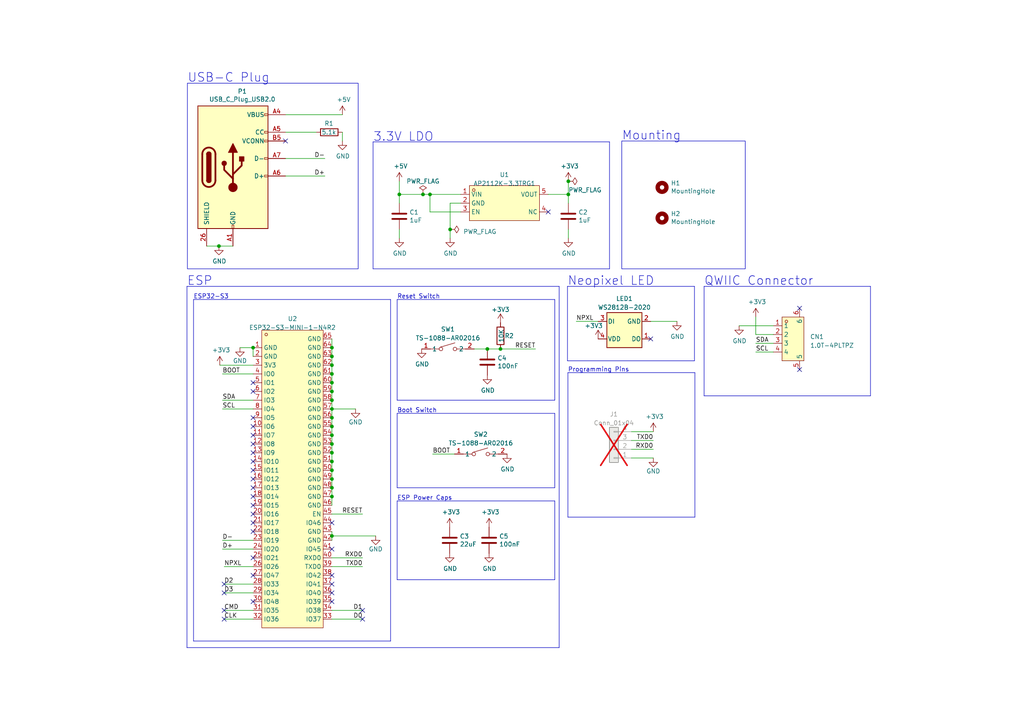
<source format=kicad_sch>
(kicad_sch (version 20230121) (generator eeschema)
  (paper "A4")
  (title_block (title "Expansion Card Template") (date "2020-12-12") (rev "X1") (company "Framework") (comment 1 "This work is licensed under a Creative Commons Attribution 4.0 International License") (comment 4 "https://frame.work"))
  (lib_symbols
    (symbol "Connector_Generic:Conn_01x04" (pin_names (offset 1.016) hide)
      (property "Reference" "J" (at 0 5.08 0))
      (property "Value" "Conn_01x04" (at 0 -7.62 0))
      (symbol "Conn_01x04_1_1"
        (rectangle (start -1.27 -4.953) (end 0 -5.207) (stroke (width 0.1524)))
        (rectangle (start -1.27 -2.413) (end 0 -2.667) (stroke (width 0.1524)))
        (rectangle (start -1.27 0.127) (end 0 -0.127) (stroke (width 0.1524)))
        (rectangle (start -1.27 2.667) (end 0 2.413) (stroke (width 0.1524)))
        (rectangle (start -1.27 3.81) (end 1.27 -6.35) (stroke (width 0.254)) (fill (type background)))
        (pin passive line (at -5.08 2.54 0) (length 3.81) (name "Pin_1") (number "1"))
        (pin passive line (at -5.08 0 0) (length 3.81) (name "Pin_2") (number "2"))
        (pin passive line (at -5.08 -2.54 0) (length 3.81) (name "Pin_3") (number "3"))
        (pin passive line (at -5.08 -5.08 0) (length 3.81) (name "Pin_4") (number "4"))
      )
    )
    (symbol "Device:C" (pin_numbers hide) (pin_names (offset 0.254))
      (property "Reference" "C" (at 0.635 2.54 0))
      (property "Value" "C" (at 0.635 -2.54 0))
      (symbol "C_0_1"
        (polyline (pts (xy -2.032 -0.762) (xy 2.032 -0.762)) (stroke (width 0.508)))
        (polyline (pts (xy -2.032 0.762) (xy 2.032 0.762)) (stroke (width 0.508)))
      )
      (symbol "C_1_1"
        (pin passive line (at 0 3.81 270) (length 2.794) (name "~") (number "1"))
        (pin passive line (at 0 -3.81 90) (length 2.794) (name "~") (number "2"))
      )
    )
    (symbol "Device:R" (pin_numbers hide) (pin_names (offset 0))
      (property "Reference" "R" (at 2.032 0 90))
      (property "Value" "R" (at 0 0 90))
      (symbol "R_0_1"
        (rectangle (start -1.016 -2.54) (end 1.016 2.54) (stroke (width 0.254)))
      )
      (symbol "R_1_1"
        (pin passive line (at 0 3.81 270) (length 1.27) (name "~") (number "1"))
        (pin passive line (at 0 -3.81 90) (length 1.27) (name "~") (number "2"))
      )
    )
    (symbol "Mechanical:MountingHole" (pin_names (offset 1.016))
      (property "Reference" "H" (at 0 5.08 0))
      (property "Value" "MountingHole" (at 0 3.175 0))
      (symbol "MountingHole_0_1"
        (circle (center 0 0) (radius 1.27) (stroke (width 1.27)))
      )
    )
    (symbol "PWR_FLAG_1" (power) (pin_numbers hide) (pin_names (offset 0) hide)
      (property "Value" "PWR_FLAG_1" (at 0 3.81 0))
      (symbol "PWR_FLAG_1_0_0"
        (pin power_out line (at 0 0 90) (length 0) (name "pwr") (number "1"))
      )
      (symbol "PWR_FLAG_1_0_1"
        (polyline (pts (xy 0 0) (xy 0 1.27) (xy -1.016 1.905) (xy 0 2.54) (xy 1.016 1.905) (xy 0 1.27)))
      )
    )
    (symbol "_mykicadlib:AP2112K-3.3TRG1"
      (property "Reference" "U" (at 0 7.62 0))
      (property "Value" "AP2112K-3.3TRG1" (at 0 -7.62 0))
      (symbol "AP2112K-3.3TRG1_0_1"
        (rectangle (start -10.16 5.08) (end 10.16 -5.08) (fill (type background)))
        (circle (center -8.89 3.81) (radius 0.38))
        (pin unspecified line (at -12.7 2.54 0) (length 2.54) (name "VIN") (number "1"))
        (pin unspecified line (at -12.7 0 0) (length 2.54) (name "GND") (number "2"))
        (pin unspecified line (at -12.7 -2.54 0) (length 2.54) (name "EN") (number "3"))
        (pin unspecified line (at 12.7 -2.54 180) (length 2.54) (name "NC") (number "4"))
        (pin unspecified line (at 12.7 2.54 180) (length 2.54) (name "VOUT") (number "5"))
      )
    )
    (symbol "_mykicadlib:ESP32-S3-MINI-1-N4R2"
      (property "Reference" "U1" (at 0 46.99 0))
      (property "Value" "ESP32-S3-MINI-1-N4R2" (at 0 44.45 0))
      (symbol "ESP32-S3-MINI-1-N4R2_0_1"
        (rectangle (start -8.89 43.18) (end 8.89 -43.18) (fill (type background)))
        (circle (center -7.62 41.91) (radius 0.38))
        (pin unspecified line (at -11.43 38.1 0) (length 2.54) (name "GND") (number "1"))
        (pin unspecified line (at -11.43 15.24 0) (length 2.54) (name "IO6") (number "10"))
        (pin unspecified line (at -11.43 12.7 0) (length 2.54) (name "IO7") (number "11"))
        (pin unspecified line (at -11.43 10.16 0) (length 2.54) (name "IO8") (number "12"))
        (pin unspecified line (at -11.43 7.62 0) (length 2.54) (name "IO9") (number "13"))
        (pin unspecified line (at -11.43 5.08 0) (length 2.54) (name "IO10") (number "14"))
        (pin unspecified line (at -11.43 2.54 0) (length 2.54) (name "IO11") (number "15"))
        (pin unspecified line (at -11.43 0 0) (length 2.54) (name "IO12") (number "16"))
        (pin unspecified line (at -11.43 -2.54 0) (length 2.54) (name "IO13") (number "17"))
        (pin unspecified line (at -11.43 -5.08 0) (length 2.54) (name "IO14") (number "18"))
        (pin unspecified line (at -11.43 -7.62 0) (length 2.54) (name "IO15") (number "19"))
        (pin unspecified line (at -11.43 35.56 0) (length 2.54) (name "GND") (number "2"))
        (pin unspecified line (at -11.43 -10.16 0) (length 2.54) (name "IO16") (number "20"))
        (pin unspecified line (at -11.43 -12.7 0) (length 2.54) (name "IO17") (number "21"))
        (pin unspecified line (at -11.43 -15.24 0) (length 2.54) (name "IO18") (number "22"))
        (pin unspecified line (at -11.43 -17.78 0) (length 2.54) (name "IO19") (number "23"))
        (pin unspecified line (at -11.43 -20.32 0) (length 2.54) (name "IO20") (number "24"))
        (pin unspecified line (at -11.43 -22.86 0) (length 2.54) (name "IO21") (number "25"))
        (pin unspecified line (at -11.43 -25.4 0) (length 2.54) (name "IO26") (number "26"))
        (pin unspecified line (at -11.43 -27.94 0) (length 2.54) (name "IO47") (number "27"))
        (pin unspecified line (at -11.43 -30.48 0) (length 2.54) (name "IO33") (number "28"))
        (pin unspecified line (at -11.43 -33.02 0) (length 2.54) (name "IO34") (number "29"))
        (pin unspecified line (at -11.43 33.02 0) (length 2.54) (name "3V3") (number "3"))
        (pin unspecified line (at -11.43 -35.56 0) (length 2.54) (name "IO48") (number "30"))
        (pin unspecified line (at -11.43 -38.1 0) (length 2.54) (name "IO35") (number "31"))
        (pin unspecified line (at -11.43 -40.64 0) (length 2.54) (name "IO36") (number "32"))
        (pin unspecified line (at 11.43 -40.64 180) (length 2.54) (name "IO37") (number "33"))
        (pin unspecified line (at 11.43 -38.1 180) (length 2.54) (name "IO38") (number "34"))
        (pin unspecified line (at 11.43 -35.56 180) (length 2.54) (name "IO39") (number "35"))
        (pin unspecified line (at 11.43 -33.02 180) (length 2.54) (name "IO40") (number "36"))
        (pin unspecified line (at 11.43 -30.48 180) (length 2.54) (name "IO41") (number "37"))
        (pin unspecified line (at 11.43 -27.94 180) (length 2.54) (name "IO42") (number "38"))
        (pin unspecified line (at 11.43 -25.4 180) (length 2.54) (name "TXD0") (number "39"))
        (pin unspecified line (at -11.43 30.48 0) (length 2.54) (name "IO0") (number "4"))
        (pin unspecified line (at 11.43 -22.86 180) (length 2.54) (name "RXD0") (number "40"))
        (pin unspecified line (at 11.43 -20.32 180) (length 2.54) (name "IO45") (number "41"))
        (pin unspecified line (at 11.43 -17.78 180) (length 2.54) (name "GND") (number "42"))
        (pin unspecified line (at 11.43 -15.24 180) (length 2.54) (name "GND") (number "43"))
        (pin unspecified line (at 11.43 -12.7 180) (length 2.54) (name "IO46") (number "44"))
        (pin unspecified line (at 11.43 -10.16 180) (length 2.54) (name "EN") (number "45"))
        (pin unspecified line (at 11.43 -7.62 180) (length 2.54) (name "GND") (number "46"))
        (pin unspecified line (at 11.43 -5.08 180) (length 2.54) (name "GND") (number "47"))
        (pin unspecified line (at 11.43 -2.54 180) (length 2.54) (name "GND") (number "48"))
        (pin unspecified line (at 11.43 0 180) (length 2.54) (name "GND") (number "49"))
        (pin unspecified line (at -11.43 27.94 0) (length 2.54) (name "IO1") (number "5"))
        (pin unspecified line (at 11.43 2.54 180) (length 2.54) (name "GND") (number "50"))
        (pin unspecified line (at 11.43 5.08 180) (length 2.54) (name "GND") (number "51"))
        (pin unspecified line (at 11.43 7.62 180) (length 2.54) (name "GND") (number "52"))
        (pin unspecified line (at 11.43 10.16 180) (length 2.54) (name "GND") (number "53"))
        (pin unspecified line (at 11.43 12.7 180) (length 2.54) (name "GND") (number "54"))
        (pin unspecified line (at 11.43 15.24 180) (length 2.54) (name "GND") (number "55"))
        (pin unspecified line (at 11.43 17.78 180) (length 2.54) (name "GND") (number "56"))
        (pin unspecified line (at 11.43 20.32 180) (length 2.54) (name "GND") (number "57"))
        (pin unspecified line (at 11.43 22.86 180) (length 2.54) (name "GND") (number "58"))
        (pin unspecified line (at 11.43 25.4 180) (length 2.54) (name "GND") (number "59"))
        (pin unspecified line (at -11.43 25.4 0) (length 2.54) (name "IO2") (number "6"))
        (pin unspecified line (at 11.43 27.94 180) (length 2.54) (name "GND") (number "60"))
        (pin unspecified line (at 11.43 30.48 180) (length 2.54) (name "GND") (number "61"))
        (pin unspecified line (at 11.43 33.02 180) (length 2.54) (name "GND") (number "62"))
        (pin unspecified line (at 11.43 35.56 180) (length 2.54) (name "GND") (number "63"))
        (pin unspecified line (at 11.43 38.1 180) (length 2.54) (name "GND") (number "64"))
        (pin unspecified line (at 11.43 40.64 180) (length 2.54) (name "GND") (number "65"))
        (pin unspecified line (at -11.43 22.86 0) (length 2.54) (name "IO3") (number "7"))
        (pin unspecified line (at -11.43 20.32 0) (length 2.54) (name "IO4") (number "8"))
        (pin unspecified line (at -11.43 17.78 0) (length 2.54) (name "IO5") (number "9"))
      )
    )
    (symbol "_mykicadlib:QWIIC_1.0T-4PLTPZ"
      (property "Reference" "CN" (at 0 13.97 0))
      (property "Value" "1.0T-4PLTPZ" (at 0 -13.97 0))
      (symbol "QWIIC_1.0T-4PLTPZ_0_1"
        (rectangle (start -1.27 6.35) (end 5.08 -6.35) (fill (type background)))
        (circle (center 0 5.08) (radius 0.38))
        (pin unspecified line (at -3.81 3.81 0) (length 2.54) (name "1") (number "1"))
        (pin unspecified line (at -3.81 1.27 0) (length 2.54) (name "2") (number "2"))
        (pin unspecified line (at -3.81 -1.27 0) (length 2.54) (name "3") (number "3"))
        (pin unspecified line (at -3.81 -3.81 0) (length 2.54) (name "4") (number "4"))
        (pin unspecified line (at 3.81 -8.89 90) (length 2.54) (name "5") (number "5"))
        (pin unspecified line (at 3.81 8.89 270) (length 2.54) (name "6") (number "6"))
      )
    )
    (symbol "_mykicadlib:SW_TS-1088-AR02016"
      (property "Reference" "SW1" (at 0 5.715 0))
      (property "Value" "TS-1088-AR02016" (at 0 3.175 0))
      (symbol "SW_TS-1088-AR02016_0_1"
        (circle (center -2.03 0) (radius 0.51))
        (polyline (pts (xy -5.08 0) (xy -2.54 0)))
        (polyline (pts (xy -2.29 0.51) (xy 2.03 1.78)))
        (polyline (pts (xy 5.08 0) (xy 2.54 0)))
        (circle (center 2.03 0) (radius 0.51))
        (pin unspecified line (at -7.62 0 0) (length 2.54) (name "1") (number "1"))
        (pin unspecified line (at 7.62 0 180) (length 2.54) (name "2") (number "2"))
      )
    )
    (symbol "_mykicadlib:USB_C_Plug_USB2.0" (pin_names (offset 1.016))
      (property "Reference" "USB1" (at 3.2894 21.59 0))
      (property "Value" "TYPEC-951-ARP24" (at 3.2894 19.05 0))
      (symbol "USB_C_Plug_USB2.0_0_0"
        (rectangle (start -0.254 -17.78) (end 0.254 -16.764))
        (rectangle (start 10.16 -2.286) (end 9.144 -2.794))
        (rectangle (start 10.16 2.794) (end 9.144 2.286))
        (rectangle (start 10.16 7.874) (end 9.144 7.366))
        (rectangle (start 10.16 10.414) (end 9.144 9.906))
        (rectangle (start 10.16 15.494) (end 9.144 14.986))
      )
      (symbol "USB_C_Plug_USB2.0_0_1"
        (rectangle (start -10.16 17.78) (end 10.16 -17.78) (stroke (width 0.254)) (fill (type background)))
        (arc (start -8.89 -3.81) (mid -6.985 -5.7067) (end -5.08 -3.81) (stroke (width 0.508)))
        (arc (start -7.62 -3.81) (mid -6.985 -4.4423) (end -6.35 -3.81) (stroke (width 0.254)))
        (arc (start -7.62 -3.81) (mid -6.985 -4.4423) (end -6.35 -3.81) (stroke (width 0.254)) (fill (type outline)))
        (rectangle (start -7.62 -3.81) (end -6.35 3.81) (stroke (width 0.254)) (fill (type outline)))
        (arc (start -6.35 3.81) (mid -6.985 4.4423) (end -7.62 3.81) (stroke (width 0.254)))
        (arc (start -6.35 3.81) (mid -6.985 4.4423) (end -7.62 3.81) (stroke (width 0.254)) (fill (type outline)))
        (arc (start -5.08 3.81) (mid -6.985 5.7067) (end -8.89 3.81) (stroke (width 0.508)))
        (circle (center -2.54 1.143) (radius 0.635) (stroke (width 0.254)) (fill (type outline)))
        (circle (center 0 -5.842) (radius 1.27) (fill (type outline)))
        (polyline (pts (xy -8.89 -3.81) (xy -8.89 3.81)) (stroke (width 0.508)))
        (polyline (pts (xy -5.08 3.81) (xy -5.08 -3.81)) (stroke (width 0.508)))
        (polyline (pts (xy 0 -5.842) (xy 0 4.318)) (stroke (width 0.508)))
        (polyline (pts (xy 0 -3.302) (xy -2.54 -0.762) (xy -2.54 0.508)) (stroke (width 0.508)))
        (polyline (pts (xy 0 -2.032) (xy 2.54 0.508) (xy 2.54 1.778)) (stroke (width 0.508)))
        (polyline (pts (xy -1.27 4.318) (xy 0 6.858) (xy 1.27 4.318) (xy -1.27 4.318)) (stroke (width 0.254)) (fill (type outline)))
        (rectangle (start 1.905 1.778) (end 3.175 3.048) (stroke (width 0.254)) (fill (type outline)))
      )
      (symbol "USB_C_Plug_USB2.0_1_1"
        (pin passive line (at -7.62 -22.86 90) (length 5.08) hide (name "SHIELD") (number "25"))
        (pin passive line (at -7.62 -22.86 90) (length 5.08) (name "SHIELD") (number "26"))
        (pin passive line (at 0 -22.86 90) (length 5.08) (name "GND") (number "A1"))
        (pin passive line (at 0 -22.86 90) (length 5.08) hide (name "GND") (number "A12"))
        (pin passive line (at 15.24 15.24 180) (length 5.08) (name "VBUS") (number "A4"))
        (pin bidirectional line (at 15.24 10.16 180) (length 5.08) (name "CC") (number "A5"))
        (pin bidirectional line (at 15.24 -2.54 180) (length 5.08) (name "D+") (number "A6"))
        (pin bidirectional line (at 15.24 2.54 180) (length 5.08) (name "D-") (number "A7"))
        (pin passive line (at 15.24 15.24 180) (length 5.08) hide (name "VBUS") (number "A9"))
        (pin passive line (at 0 -22.86 90) (length 5.08) hide (name "GND") (number "B1"))
        (pin passive line (at 0 -22.86 90) (length 5.08) hide (name "GND") (number "B12"))
        (pin passive line (at 15.24 15.24 180) (length 5.08) hide (name "VBUS") (number "B4"))
        (pin bidirectional line (at 15.24 7.62 180) (length 5.08) (name "VCONN") (number "B5"))
        (pin passive line (at 15.24 15.24 180) (length 5.08) hide (name "VBUS") (number "B9"))
      )
    )
    (symbol "_mykicadlib:WS2812B-2020" (pin_names (offset 0.254))
      (property "Reference" "LED1" (at 0 8.89 0))
      (property "Value" "WS2812B-2020" (at 0 6.35 0))
      (symbol "WS2812B-2020_0_1"
        (rectangle (start 5.08 5.08) (end -5.08 -5.08) (stroke (width 0.254)) (fill (type background)))
      )
      (symbol "WS2812B-2020_1_1"
        (pin output line (at 7.62 -2.54 180) (length 2.54) (name "DO") (number "1"))
        (pin power_in line (at 7.62 2.54 180) (length 2.54) (name "GND") (number "2"))
        (pin input line (at -7.62 2.54 0) (length 2.54) (name "DI") (number "3"))
        (pin power_in line (at -7.62 -2.54 0) (length 2.54) (name "VDD") (number "4"))
      )
    )
    (symbol "power:+3V3" (power) (pin_names (offset 0))
      (property "Value" "+3V3" (at 0 3.556 0))
      (symbol "+3V3_0_1"
        (polyline (pts (xy -0.762 1.27) (xy 0 2.54)))
        (polyline (pts (xy 0 0) (xy 0 2.54)))
        (polyline (pts (xy 0 2.54) (xy 0.762 1.27)))
      )
      (symbol "+3V3_1_1"
        (pin power_in line (at 0 0 90) (length 0) hide (name "+3V3") (number "1"))
      )
    )
    (symbol "power:+5V" (power) (pin_names (offset 0))
      (property "Value" "+5V" (at 0 3.556 0))
      (symbol "+5V_0_1"
        (polyline (pts (xy -0.762 1.27) (xy 0 2.54)))
        (polyline (pts (xy 0 0) (xy 0 2.54)))
        (polyline (pts (xy 0 2.54) (xy 0.762 1.27)))
      )
      (symbol "+5V_1_1"
        (pin power_in line (at 0 0 90) (length 0) hide (name "+5V") (number "1"))
      )
    )
    (symbol "power:GND" (power) (pin_names (offset 0))
      (property "Value" "GND" (at 0 -3.81 0))
      (symbol "GND_0_1"
        (polyline (pts (xy 0 0) (xy 0 -1.27) (xy 1.27 -1.27) (xy 0 -2.54) (xy -1.27 -1.27) (xy 0 -1.27)))
      )
      (symbol "GND_1_1"
        (pin power_in line (at 0 0 270) (length 0) hide (name "GND") (number "1"))
      )
    )
    (symbol "power:PWR_FLAG" (power) (pin_numbers hide) (pin_names (offset 0) hide)
      (property "Value" "PWR_FLAG" (at 0 3.81 0))
      (symbol "PWR_FLAG_0_0"
        (pin power_out line (at 0 0 90) (length 0) (name "pwr") (number "1"))
      )
      (symbol "PWR_FLAG_0_1"
        (polyline (pts (xy 0 0) (xy 0 1.27) (xy -1.016 1.905) (xy 0 2.54) (xy 1.016 1.905) (xy 0 1.27)))
      )
    )
  )
  (junction (at 130.556 66.548))
  (junction (at 96.266 133.858))
  (junction (at 115.824 56.388))
  (junction (at 96.266 105.918))
  (junction (at 124.714 56.388))
  (junction (at 96.266 123.698))
  (junction (at 96.266 110.998))
  (junction (at 73.406 100.838))
  (junction (at 145.161 101.219))
  (junction (at 63.5 71.374))
  (junction (at 96.266 144.018))
  (junction (at 96.266 121.158))
  (junction (at 96.266 141.478))
  (junction (at 96.266 118.618))
  (junction (at 96.266 113.538))
  (junction (at 96.266 108.458))
  (junction (at 164.846 52.578))
  (junction (at 96.266 136.398))
  (junction (at 96.266 116.078))
  (junction (at 96.266 131.318))
  (junction (at 122.682 56.388))
  (junction (at 96.266 103.378))
  (junction (at 96.266 126.238))
  (junction (at 141.351 101.219))
  (junction (at 164.846 56.388))
  (junction (at 96.266 128.778))
  (junction (at 96.266 155.448))
  (junction (at 96.266 138.938))
  (junction (at 96.266 100.838))
  (no_connect (at 231.902 89.408))
  (no_connect (at 96.266 174.498))
  (no_connect (at 73.406 141.478))
  (no_connect (at 73.406 126.238))
  (no_connect (at 96.266 159.258))
  (no_connect (at 73.406 146.558))
  (no_connect (at 73.406 113.538))
  (no_connect (at 188.722 98.298))
  (no_connect (at 73.406 174.498))
  (no_connect (at 73.406 131.318))
  (no_connect (at 73.406 166.878))
  (no_connect (at 65.024 171.958))
  (no_connect (at 73.406 154.178))
  (no_connect (at 73.406 121.158))
  (no_connect (at 73.406 144.018))
  (no_connect (at 105.156 177.038))
  (no_connect (at 73.406 110.998))
  (no_connect (at 96.266 166.878))
  (no_connect (at 73.406 161.798))
  (no_connect (at 105.156 179.578))
  (no_connect (at 73.406 138.938))
  (no_connect (at 73.406 133.858))
  (no_connect (at 96.266 151.638))
  (no_connect (at 231.902 107.188))
  (no_connect (at 159.004 61.468))
  (no_connect (at 73.406 151.638))
  (no_connect (at 65.024 177.038))
  (no_connect (at 65.024 169.418))
  (no_connect (at 96.266 171.958))
  (no_connect (at 73.406 149.098))
  (no_connect (at 82.804 40.894))
  (no_connect (at 65.024 179.578))
  (no_connect (at 96.266 169.418))
  (no_connect (at 73.406 123.698))
  (no_connect (at 73.406 128.778))
  (no_connect (at 73.406 136.398))
  (wire (pts (xy 164.846 52.578) (xy 164.846 56.388)))
  (polyline (pts (xy 204.216 83.058) (xy 204.216 114.808)))
  (wire (pts (xy 124.714 56.388) (xy 133.604 56.388)))
  (wire (pts (xy 219.202 97.028) (xy 224.282 97.028)))
  (wire (pts (xy 82.804 45.974) (xy 94.234 45.974)))
  (wire (pts (xy 164.846 56.388) (xy 164.846 58.928)))
  (wire (pts (xy 96.266 98.298) (xy 96.266 100.838)))
  (polyline (pts (xy 164.719 149.987) (xy 201.549 149.987)))
  (polyline (pts (xy 164.592 83.058) (xy 164.592 104.648)))
  (polyline (pts (xy 115.189 116.078) (xy 160.909 116.078)))
  (wire (pts (xy 130.556 66.548) (xy 130.556 69.088)))
  (wire (pts (xy 115.824 56.388) (xy 115.824 58.928)))
  (polyline (pts (xy 56.134 86.868) (xy 113.284 86.868)))
  (wire (pts (xy 69.596 100.838) (xy 73.406 100.838)))
  (polyline (pts (xy 176.784 77.978) (xy 176.784 41.148)))
  (wire (pts (xy 59.944 71.374) (xy 63.5 71.374)))
  (wire (pts (xy 82.804 38.354) (xy 91.694 38.354)))
  (polyline (pts (xy 164.592 83.058) (xy 201.422 83.058)))
  (wire (pts (xy 96.266 123.698) (xy 96.266 126.238)))
  (polyline (pts (xy 204.216 114.808) (xy 252.476 114.808)))
  (wire (pts (xy 65.024 169.418) (xy 73.406 169.418)))
  (wire (pts (xy 65.024 171.958) (xy 73.406 171.958)))
  (wire (pts (xy 65.024 164.338) (xy 73.406 164.338)))
  (polyline (pts (xy 115.189 119.888) (xy 115.189 141.478)))
  (wire (pts (xy 96.266 126.238) (xy 96.266 128.778)))
  (wire (pts (xy 96.266 118.618) (xy 96.266 121.158)))
  (wire (pts (xy 96.266 133.858) (xy 96.266 136.398)))
  (polyline (pts (xy 113.284 185.928) (xy 56.134 185.928)))
  (wire (pts (xy 96.266 138.938) (xy 96.266 141.478)))
  (polyline (pts (xy 201.549 149.987) (xy 201.549 108.077)))
  (wire (pts (xy 164.846 69.088) (xy 164.846 66.548)))
  (wire (pts (xy 96.266 161.798) (xy 105.156 161.798)))
  (wire (pts (xy 64.516 116.078) (xy 73.406 116.078)))
  (polyline (pts (xy 54.229 83.058) (xy 162.179 83.058)))
  (polyline (pts (xy 115.189 86.868) (xy 115.189 116.078)))
  (wire (pts (xy 167.132 93.218) (xy 173.482 93.218)))
  (polyline (pts (xy 201.422 104.648) (xy 164.592 104.648)))
  (wire (pts (xy 96.266 108.458) (xy 96.266 110.998)))
  (wire (pts (xy 214.376 94.488) (xy 224.282 94.488)))
  (wire (pts (xy 219.202 91.948) (xy 219.202 97.028)))
  (wire (pts (xy 115.824 69.088) (xy 115.824 66.548)))
  (wire (pts (xy 96.266 113.538) (xy 96.266 116.078)))
  (wire (pts (xy 63.5 71.374) (xy 67.564 71.374)))
  (polyline (pts (xy 162.179 187.833) (xy 54.229 187.833)))
  (wire (pts (xy 65.024 177.038) (xy 73.406 177.038)))
  (wire (pts (xy 96.266 144.018) (xy 96.266 146.558)))
  (wire (pts (xy 73.406 100.838) (xy 73.406 103.378)))
  (wire (pts (xy 82.804 51.054) (xy 94.234 51.054)))
  (wire (pts (xy 189.484 132.842) (xy 183.134 132.842)))
  (wire (pts (xy 137.541 101.219) (xy 141.351 101.219)))
  (wire (pts (xy 64.516 156.718) (xy 73.406 156.718)))
  (polyline (pts (xy 201.549 108.077) (xy 164.719 108.077)))
  (wire (pts (xy 105.156 149.098) (xy 96.266 149.098)))
  (polyline (pts (xy 176.784 41.148) (xy 108.204 41.148)))
  (wire (pts (xy 63.754 105.918) (xy 73.406 105.918)))
  (polyline (pts (xy 252.476 83.058) (xy 204.216 83.058)))
  (wire (pts (xy 189.484 130.302) (xy 183.134 130.302)))
  (wire (pts (xy 96.266 179.578) (xy 105.156 179.578)))
  (polyline (pts (xy 252.476 114.808) (xy 252.476 83.058)))
  (wire (pts (xy 189.484 127.762) (xy 183.134 127.762)))
  (polyline (pts (xy 201.422 83.058) (xy 201.422 104.648)))
  (wire (pts (xy 96.266 164.338) (xy 105.156 164.338)))
  (wire (pts (xy 141.351 101.219) (xy 145.161 101.219)))
  (polyline (pts (xy 54.229 83.058) (xy 54.229 187.833)))
  (polyline (pts (xy 160.909 145.288) (xy 160.909 168.148)))
  (wire (pts (xy 130.556 58.928) (xy 130.556 66.548)))
  (wire (pts (xy 96.266 141.478) (xy 96.266 144.018)))
  (wire (pts (xy 145.161 101.219) (xy 155.321 101.219)))
  (polyline (pts (xy 160.909 86.868) (xy 115.189 86.868)))
  (polyline (pts (xy 115.189 168.148) (xy 115.189 145.288)))
  (wire (pts (xy 64.516 118.618) (xy 73.406 118.618)))
  (wire (pts (xy 96.266 105.918) (xy 96.266 108.458)))
  (wire (pts (xy 219.202 102.108) (xy 224.282 102.108)))
  (wire (pts (xy 64.516 159.258) (xy 73.406 159.258)))
  (wire (pts (xy 133.604 58.928) (xy 130.556 58.928)))
  (wire (pts (xy 96.266 155.448) (xy 96.266 156.718)))
  (wire (pts (xy 133.604 61.468) (xy 124.714 61.468)))
  (wire (pts (xy 96.266 154.178) (xy 96.266 155.448)))
  (polyline (pts (xy 160.909 168.148) (xy 115.189 168.148)))
  (wire (pts (xy 96.266 103.378) (xy 96.266 105.918)))
  (wire (pts (xy 96.266 121.158) (xy 96.266 123.698)))
  (wire (pts (xy 189.484 125.222) (xy 183.134 125.222)))
  (wire (pts (xy 115.824 56.388) (xy 115.824 52.578)))
  (wire (pts (xy 188.722 93.218) (xy 196.342 93.218)))
  (wire (pts (xy 65.024 179.578) (xy 73.406 179.578)))
  (polyline (pts (xy 160.909 141.478) (xy 160.909 119.888)))
  (wire (pts (xy 124.714 56.388) (xy 122.682 56.388)))
  (wire (pts (xy 73.406 108.458) (xy 64.516 108.458)))
  (polyline (pts (xy 160.909 86.868) (xy 160.909 116.078)))
  (wire (pts (xy 96.266 177.038) (xy 105.156 177.038)))
  (polyline (pts (xy 108.204 77.978) (xy 176.784 77.978)))
  (wire (pts (xy 122.682 56.388) (xy 115.824 56.388)))
  (polyline (pts (xy 160.909 119.888) (xy 115.189 119.888)))
  (wire (pts (xy 96.266 128.778) (xy 96.266 131.318)))
  (wire (pts (xy 96.266 100.838) (xy 96.266 103.378)))
  (wire (pts (xy 96.266 131.318) (xy 96.266 133.858)))
  (polyline (pts (xy 56.134 185.928) (xy 56.134 86.868)))
  (wire (pts (xy 96.266 110.998) (xy 96.266 113.538)))
  (polyline (pts (xy 113.284 86.868) (xy 113.284 185.928)))
  (wire (pts (xy 96.266 136.398) (xy 96.266 138.938)))
  (polyline (pts (xy 115.189 145.288) (xy 160.909 145.288)))
  (wire (pts (xy 96.266 118.618) (xy 103.124 118.618)))
  (wire (pts (xy 125.476 131.699) (xy 131.826 131.699)))
  (polyline (pts (xy 115.189 141.478) (xy 160.909 141.478)))
  (wire (pts (xy 124.714 56.388) (xy 124.714 61.468)))
  (wire (pts (xy 96.266 116.078) (xy 96.266 118.618)))
  (wire (pts (xy 82.804 33.274) (xy 99.314 33.274)))
  (polyline (pts (xy 164.719 108.077) (xy 164.719 149.987)))
  (wire (pts (xy 108.966 155.448) (xy 96.266 155.448)))
  (wire (pts (xy 159.004 56.388) (xy 164.846 56.388)))
  (polyline (pts (xy 108.204 41.148) (xy 108.204 77.978)))
  (wire (pts (xy 219.202 99.568) (xy 224.282 99.568)))
  (polyline (pts (xy 162.179 83.058) (xy 162.179 187.833)))
  (wire (pts (xy 99.314 38.354) (xy 99.314 40.894)))
  (rectangle (start 180.34 40.894) (end 216.154 77.978))
  (rectangle (start 54.356 24.13) (end 103.886 77.978))
  (text "Boot Switch" (at 115.189 119.888 0) (effects (font (size 1.27 1.27)) (justify left bottom)))
  (text "Reset Switch" (at 115.189 86.868 0) (effects (font (size 1.27 1.27)) (justify left bottom)))
  (text "3.3V LDO" (at 108.204 41.275 0) (effects (font (size 2.54 2.54)) (justify left bottom)))
  (text "Mounting" (at 180.34 40.894 0) (effects (font (size 2.54 2.54)) (justify left bottom)))
  (text "ESP32-S3" (at 56.134 86.868 0) (effects (font (size 1.27 1.27)) (justify left bottom)))
  (text "USB-C Plug" (at 54.356 24.13 0) (effects (font (size 2.54 2.54)) (justify left bottom)))
  (text "QWIIC Connector" (at 204.216 83.058 0) (effects (font (size 2.54 2.54)) (justify left bottom)))
  (text "Neopixel LED" (at 164.592 83.058 0) (effects (font (size 2.54 2.54)) (justify left bottom)))
  (text "ESP Power Caps" (at 115.189 145.288 0) (effects (font (size 1.27 1.27)) (justify left bottom)))
  (text "Programming Pins" (at 164.719 108.077 0) (effects (font (size 1.27 1.27)) (justify left bottom)))
  (text "ESP" (at 54.229 83.058 0) (effects (font (size 2.54 2.54)) (justify left bottom)))
  (label "NPXL" (at 167.132 93.218 0))
  (label "SDA" (at 219.202 99.568 0))
  (label "RXD0" (at 189.484 130.302 180))
  (label "SCL" (at 64.516 118.618 0))
  (label "SCL" (at 219.202 102.108 0))
  (label "CMD" (at 65.024 177.038 0))
  (label "RXD0" (at 105.156 161.798 180))
  (label "CLK" (at 65.024 179.578 0))
  (label "D1" (at 105.156 177.038 180))
  (label "NPXL" (at 65.024 164.338 0))
  (label "SDA" (at 64.516 116.078 0))
  (label "D0" (at 105.156 179.578 180))
  (label "RESET" (at 105.156 149.098 180))
  (label "D-" (at 64.516 156.718 0))
  (label "TXD0" (at 189.484 127.762 180))
  (label "BOOT" (at 64.516 108.458 0))
  (label "BOOT" (at 125.476 131.699 0))
  (label "D+" (at 64.516 159.258 0))
  (label "D-" (at 94.234 45.974 180))
  (label "TXD0" (at 105.156 164.338 180))
  (label "RESET" (at 155.321 101.219 180))
  (label "D+" (at 94.234 51.054 180))
  (label "D3" (at 65.024 171.958 0))
  (label "D2" (at 65.024 169.418 0))
  (symbol (lib_id "_mykicadlib:USB_C_Plug_USB2.0") (at 67.564 48.514 0) (unit 1)
    (property "Reference" "P1" (at 70.2818 26.4922 0))
    (property "Value" "USB_C_Plug_USB2.0" (at 70.2818 28.8036 0))
    (property "Footprint" "_mykicadlib:USB-C-SMD_TYPEC-951-ARP24" (effects hide))
    (property "Datasheet" "https://datasheet.lcsc.com/lcsc/2108150030_XUNPU-TYPEC-951-ARP24_C2856663.pdf" (effects hide))
    (property "MPN" "C2856663" (effects hide))
    (property "alternative" "C530607" (effects hide))
  )
  (symbol (lib_id "Device:R") (at 95.504 38.354 90) (unit 1)
    (property "Reference" "R1" (at 96.774 35.814 90) (effects (justify left)))
    (property "Value" "5.1k" (at 97.536 38.354 90) (effects (justify left)))
    (property "Footprint" "Resistor_SMD:R_0402_1005Metric" (effects hide))
  )
  (symbol (lib_id "power:GND") (at 63.5 71.374 0) (unit 1)
    (property "Reference" "#PWR01" (effects hide))
    (property "Value" "GND" (at 63.627 75.7682 0))
  )
  (symbol (lib_id "power:GND") (at 99.314 40.894 0) (unit 1)
    (property "Reference" "#PWR03" (effects hide))
    (property "Value" "GND" (at 99.441 45.2882 0))
  )
  (symbol (lib_id "Mechanical:MountingHole") (at 192.024 54.356 0) (unit 1)
    (property "Reference" "H1" (at 194.564 53.1114 0) (effects (justify left)))
    (property "Value" "MountingHole" (at 194.564 55.4228 0) (effects (justify left)))
    (property "Footprint" "MountingHole:MountingHole_2.2mm_M2" (effects hide))
  )
  (symbol (lib_id "Mechanical:MountingHole") (at 192.024 63.246 0) (unit 1)
    (property "Reference" "H2" (at 194.564 62.0014 0) (effects (justify left)))
    (property "Value" "MountingHole" (at 194.564 64.3128 0) (effects (justify left)))
    (property "Footprint" "MountingHole:MountingHole_2.2mm_M2" (effects hide))
  )
  (symbol (lib_id "_mykicadlib:QWIIC_1.0T-4PLTPZ") (at 228.092 98.298 0) (unit 1)
    (property "Reference" "CN1" (at 234.95 97.663 0) (effects (justify left)))
    (property "Value" "1.0T-4PLTPZ" (at 234.95 100.203 0) (effects (justify left)))
    (property "Footprint" "_mykicadlib:FPC-SMD_4P-P1.00_1.0T-4PLTPZ" (effects hide))
    (property "MPN" "C2974722" (effects hide))
  )
  (symbol (lib_name "PWR_FLAG_1") (lib_id "power:PWR_FLAG") (at 130.556 66.548 270) (unit 1)
    (property "Reference" "#FLG04" (effects hide))
    (property "Value" "PWR_FLAG" (at 134.366 67.183 90) (effects (justify left)))
  )
  (symbol (lib_id "power:GND") (at 189.484 132.842 0) (unit 1)
    (property "Reference" "#PWR023" (effects hide))
    (property "Value" "GND" (at 189.484 136.652 0))
  )
  (symbol (lib_id "power:+3V3") (at 130.429 152.908 0) (unit 1)
    (property "Reference" "#PWR014" (effects hide))
    (property "Value" "+3V3" (at 130.81 148.5138 0))
  )
  (symbol (lib_id "Device:R") (at 145.161 97.409 180) (unit 1)
    (property "Reference" "R2" (at 147.701 97.409 0))
    (property "Value" "10K" (at 145.415 97.409 90))
    (property "Footprint" "Resistor_SMD:R_0402_1005Metric" (effects hide))
  )
  (symbol (lib_id "power:GND") (at 130.429 160.528 0) (unit 1)
    (property "Reference" "#PWR015" (effects hide))
    (property "Value" "GND" (at 130.556 164.9222 0))
  )
  (symbol (lib_id "power:+3V3") (at 173.482 98.298 0) (unit 1)
    (property "Reference" "#PWR021" (effects hide))
    (property "Value" "+3V3" (at 172.212 94.488 0))
  )
  (symbol (lib_id "power:GND") (at 141.859 160.528 0) (unit 1)
    (property "Reference" "#PWR018" (effects hide))
    (property "Value" "GND" (at 141.986 164.9222 0))
  )
  (symbol (lib_id "power:GND") (at 130.556 69.088 0) (unit 1)
    (property "Reference" "#PWR06" (effects hide))
    (property "Value" "GND" (at 130.683 73.4822 0))
  )
  (symbol (lib_id "Device:C") (at 130.429 156.718 0) (unit 1)
    (property "Reference" "C3" (at 133.35 155.5496 0) (effects (justify left)))
    (property "Value" "22uF" (at 133.35 157.861 0) (effects (justify left)))
    (property "Footprint" "Capacitor_SMD:C_0603_1608Metric" (effects hide))
  )
  (symbol (lib_id "power:PWR_FLAG") (at 164.846 52.578 270) (unit 1)
    (property "Reference" "#FLG01" (effects hide))
    (property "Value" "PWR_FLAG" (at 164.846 55.118 90) (effects (justify left)))
  )
  (symbol (lib_id "power:GND") (at 196.342 93.218 0) (unit 1)
    (property "Reference" "#PWR024" (effects hide))
    (property "Value" "GND" (at 196.469 97.6122 0))
  )
  (symbol (lib_id "power:GND") (at 103.124 118.618 0) (unit 1)
    (property "Reference" "#PWR011" (effects hide))
    (property "Value" "GND" (at 103.124 122.428 0))
  )
  (symbol (lib_id "power:GND") (at 122.301 101.219 0) (unit 1)
    (property "Reference" "#PWR013" (effects hide))
    (property "Value" "GND" (at 122.428 105.6132 0))
  )
  (symbol (lib_id "power:GND") (at 69.596 100.838 0) (unit 1)
    (property "Reference" "#PWR010" (effects hide))
    (property "Value" "GND" (at 69.596 104.648 0))
  )
  (symbol (lib_id "power:GND") (at 115.824 69.088 0) (unit 1)
    (property "Reference" "#PWR05" (effects hide))
    (property "Value" "GND" (at 115.951 73.4822 0))
  )
  (symbol (lib_id "Device:C") (at 115.824 62.738 0) (unit 1)
    (property "Reference" "C1" (at 118.745 61.5696 0) (effects (justify left)))
    (property "Value" "1uF" (at 118.745 63.881 0) (effects (justify left)))
    (property "Footprint" "Capacitor_SMD:C_0603_1608Metric" (effects hide))
  )
  (symbol (lib_id "power:GND") (at 108.966 155.448 0) (unit 1)
    (property "Reference" "#PWR012" (effects hide))
    (property "Value" "GND" (at 108.966 159.258 0))
  )
  (symbol (lib_id "power:+3V3") (at 63.754 105.918 0) (unit 1)
    (property "Reference" "#PWR09" (effects hide))
    (property "Value" "+3V3" (at 64.135 101.5238 0))
  )
  (symbol (lib_id "power:+5V") (at 115.824 52.578 0) (unit 1)
    (property "Reference" "#PWR04" (effects hide))
    (property "Value" "+5V" (at 116.205 48.1838 0))
  )
  (symbol (lib_id "power:+3V3") (at 164.846 52.578 0) (unit 1)
    (property "Reference" "#PWR07" (effects hide))
    (property "Value" "+3V3" (at 165.227 48.1838 0))
  )
  (symbol (lib_id "power:+5V") (at 99.314 33.274 0) (unit 1)
    (property "Reference" "#PWR02" (effects hide))
    (property "Value" "+5V" (at 99.695 28.8798 0))
  )
  (symbol (lib_id "power:GND") (at 141.351 108.839 0) (unit 1)
    (property "Reference" "#PWR016" (effects hide))
    (property "Value" "GND" (at 141.478 113.2332 0))
  )
  (symbol (lib_id "power:+3V3") (at 219.202 91.948 0) (unit 1)
    (property "Reference" "#PWR025" (effects hide))
    (property "Value" "+3V3" (at 219.583 87.5538 0))
  )
  (symbol (lib_id "power:GND") (at 214.376 94.488 0) (unit 1)
    (property "Reference" "#PWR026" (effects hide))
    (property "Value" "GND" (at 214.503 98.8822 0))
  )
  (symbol (lib_id "_mykicadlib:ESP32-S3-MINI-1-N4R2") (at 84.836 138.938 0) (unit 1)
    (property "Reference" "U2" (at 84.836 92.456 0))
    (property "Value" "ESP32-S3-MINI-1-N4R2" (at 84.836 94.996 0))
    (property "Footprint" "_mykicadlib:ESP32-S3-MINI-1-N4R2" (effects hide))
    (property "Datasheet" "https://www.mouser.de/datasheet/2/891/esp32_s3_mini_1_mini_1u_datasheet_en-2997643.pdf" (effects hide))
    (property "MPN" "C3013941" (effects hide))
  )
  (symbol (lib_id "_mykicadlib:AP2112K-3.3TRG1") (at 146.304 58.928 0) (unit 1)
    (property "Reference" "U1" (at 146.304 50.673 0))
    (property "Value" "AP2112K-3.3TRG1" (at 146.304 53.213 0))
    (property "Footprint" "_mykicadlib:SOT-25-5_AP2112K" (effects hide))
    (property "Datasheet" "https://lcsc.com/product-detail/Low-Dropout-Regulators-LDO_DIODES_AP2112K-3-3TRG1_AP2112K-3-3TRG1_C51118.html" (effects hide))
    (property "MPN" "C51118" (effects hide))
  )
  (symbol (lib_id "Device:C") (at 141.859 156.718 0) (unit 1)
    (property "Reference" "C5" (at 144.78 155.5496 0) (effects (justify left)))
    (property "Value" "100nF" (at 144.78 157.861 0) (effects (justify left)))
    (property "Footprint" "Capacitor_SMD:C_0402_1005Metric" (effects hide))
  )
  (symbol (lib_id "_mykicadlib:SW_TS-1088-AR02016") (at 129.921 101.219 0) (unit 1)
    (property "Reference" "SW1" (at 129.921 95.504 0))
    (property "Value" "TS-1088-AR02016" (at 129.921 98.044 0))
    (property "Footprint" "_mykicadlib:SW-SMD_L3.9-W3.0-P4.45" (effects hide))
    (property "Datasheet" "https://lcsc.com/product-detail/Tactile-Switches_XUNPU-TS-1088-AR02016_C720477.html" (effects hide))
    (property "MPN" "C720477" (effects hide))
  )
  (symbol (lib_id "_mykicadlib:WS2812B-2020") (at 181.102 95.758 0) (unit 1)
    (property "Reference" "LED1" (at 181.102 86.614 0))
    (property "Value" "WS2812B-2020" (at 181.102 89.154 0))
    (property "Footprint" "_mykicadlib:LED-SMD_4P-L2.0-W2.0-TL_WS2812B-2020" (effects hide))
    (property "Datasheet" "https://datasheet.lcsc.com/lcsc/2012110135_Worldsemi-WS2812B-2020_C965555.pdf" (effects hide))
    (property "Manufacturer" "worldsemi" (effects hide))
    (property "LCSC Part" "C965555" (effects hide))
    (property "JLC Part" "Extended Part" (effects hide))
    (property "LCSC#" "C965555" (effects hide))
    (property "Part#" "WS2812B-2020" (effects hide))
    (property "MPN" "C965555" (effects hide))
  )
  (symbol (lib_id "power:GND") (at 164.846 69.088 0) (unit 1)
    (property "Reference" "#PWR08" (effects hide))
    (property "Value" "GND" (at 164.973 73.4822 0))
  )
  (symbol (lib_id "power:GND") (at 147.066 131.699 0) (unit 1)
    (property "Reference" "#PWR020" (effects hide))
    (property "Value" "GND" (at 147.193 136.0932 0))
  )
  (symbol (lib_id "Device:C") (at 164.846 62.738 0) (unit 1)
    (property "Reference" "C2" (at 167.767 61.5696 0) (effects (justify left)))
    (property "Value" "1uF" (at 167.767 63.881 0) (effects (justify left)))
    (property "Footprint" "Capacitor_SMD:C_0603_1608Metric" (effects hide))
  )
  (symbol (lib_id "Device:C") (at 141.351 105.029 0) (unit 1)
    (property "Reference" "C4" (at 144.272 103.8606 0) (effects (justify left)))
    (property "Value" "100nF" (at 144.272 106.172 0) (effects (justify left)))
    (property "Footprint" "Capacitor_SMD:C_0402_1005Metric" (effects hide))
  )
  (symbol (lib_id "_mykicadlib:SW_TS-1088-AR02016") (at 139.446 131.699 0) (unit 1)
    (property "Reference" "SW2" (at 139.446 125.984 0))
    (property "Value" "TS-1088-AR02016" (at 139.446 128.524 0))
    (property "Footprint" "_mykicadlib:SW-SMD_L3.9-W3.0-P4.45" (effects hide))
    (property "Datasheet" "https://lcsc.com/product-detail/Tactile-Switches_XUNPU-TS-1088-AR02016_C720477.html" (effects hide))
    (property "MPN" "C720477" (effects hide))
  )
  (symbol (lib_id "power:+3V3") (at 141.859 152.908 0) (unit 1)
    (property "Reference" "#PWR017" (effects hide))
    (property "Value" "+3V3" (at 142.24 148.5138 0))
  )
  (symbol (lib_id "power:+3V3") (at 189.484 125.222 0) (unit 1)
    (property "Reference" "#PWR022" (effects hide))
    (property "Value" "+3V3" (at 189.865 120.8278 0))
  )
  (symbol (lib_id "Connector_Generic:Conn_01x04") (at 178.054 130.302 180) (unit 1) (in_bom no) (on_board no) (dnp yes)
    (property "Reference" "J1" (at 178.054 120.142 0))
    (property "Value" "Conn_01x04" (at 178.054 122.682 0))
    (property "Footprint" "Connector_PinHeader_2.54mm:PinHeader_1x04_P2.54mm_Vertical" (effects hide))
  )
  (symbol (lib_name "PWR_FLAG_1") (lib_id "power:PWR_FLAG") (at 122.682 56.388 0) (unit 1)
    (property "Reference" "#FLG03" (effects hide))
    (property "Value" "PWR_FLAG" (at 122.682 52.578 0))
  )
  (symbol (lib_id "power:+3V3") (at 145.161 93.599 0) (unit 1)
    (property "Reference" "#PWR019" (effects hide))
    (property "Value" "+3V3" (at 145.161 89.789 0))
  )
)
</source>
